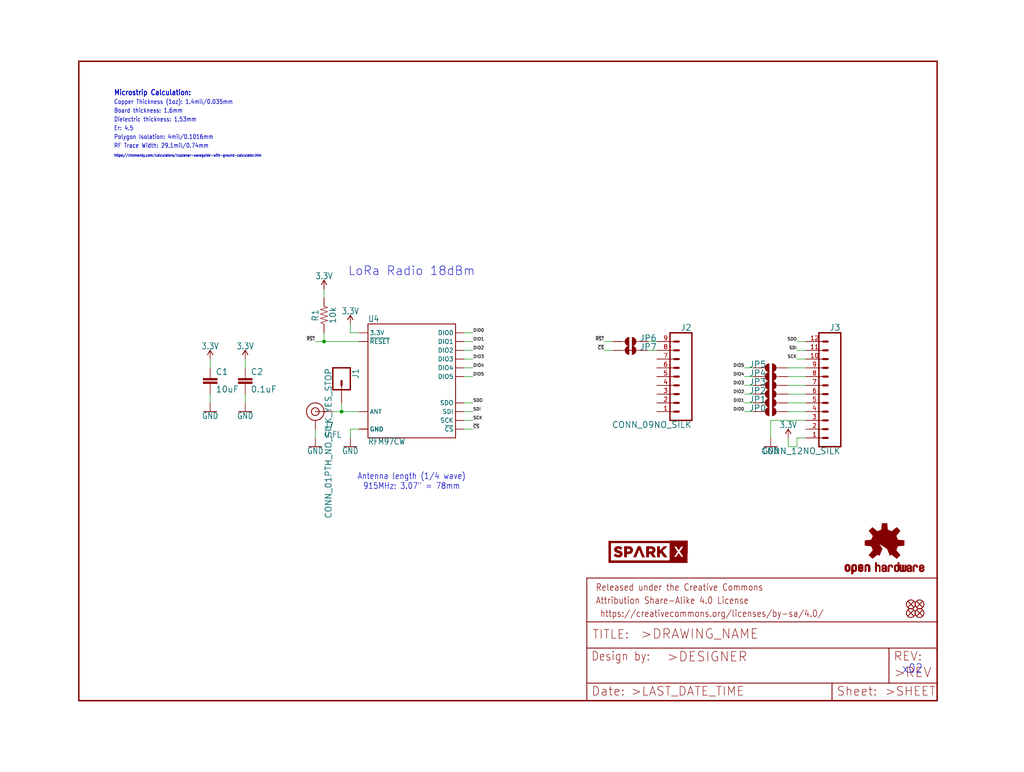
<source format=kicad_sch>
(kicad_sch (version 20211123) (generator eeschema)
  (paper "User" 297.002 223.926)
  (lib_symbols
    (symbol "eagleSchem-eagle-import:0.1UF-0603-25V-(+80{slash}-20%)"
      (property "Reference" "C" (at 1.524 2.921 0))
      (property "Value" "0.1UF-0603-25V-(+80{slash}-20%)" (at 1.524 -2.159 0))
      (symbol "0.1UF-0603-25V-(+80{slash}-20%)_1_0"
        (pin passive line (at 0 5.08 270) (length 2.54) (name "1") (number "1"))
        (pin passive line (at 0 -2.54 90) (length 2.54) (name "2") (number "2"))
      )
    )
    (symbol "eagleSchem-eagle-import:10KOHM-0603-1{slash}10W-1%"
      (property "Reference" "R" (at 0 1.524 0))
      (property "Value" "10KOHM-0603-1{slash}10W-1%" (at 0 -1.524 0))
      (symbol "10KOHM-0603-1{slash}10W-1%_1_0"
        (pin passive line (at -5.08 0 0) (length 2.54) (name "1") (number "1"))
        (pin passive line (at 5.08 0 180) (length 2.54) (name "2") (number "2"))
      )
    )
    (symbol "eagleSchem-eagle-import:10UF-0603-6.3V-20%"
      (property "Reference" "C" (at 1.524 2.921 0))
      (property "Value" "10UF-0603-6.3V-20%" (at 1.524 -2.159 0))
      (symbol "10UF-0603-6.3V-20%_1_0"
        (pin passive line (at 0 5.08 270) (length 2.54) (name "1") (number "1"))
        (pin passive line (at 0 -2.54 90) (length 2.54) (name "2") (number "2"))
      )
    )
    (symbol "eagleSchem-eagle-import:3.3V" (power)
      (property "Value" "3.3V" (at 0 2.794 0))
      (symbol "3.3V_1_0"
        (pin power_in line (at 0 0 90) (length 2.54) (name "3.3V") (number "1"))
      )
    )
    (symbol "eagleSchem-eagle-import:CONN_01PTH_NO_SILK_YES_STOP"
      (property "Reference" "J" (at -2.54 3.048 0))
      (property "Value" "CONN_01PTH_NO_SILK_YES_STOP" (at -2.54 -4.826 0))
      (symbol "CONN_01PTH_NO_SILK_YES_STOP_1_0"
        (pin passive line (at 7.62 0 180) (length 5.08) (name "1") (number "1"))
      )
    )
    (symbol "eagleSchem-eagle-import:CONN_09NO_SILK"
      (property "Reference" "J" (at 0 13.208 0))
      (property "Value" "CONN_09NO_SILK" (at 0 -14.986 0))
      (symbol "CONN_09NO_SILK_1_0"
        (pin passive line (at 10.16 -10.16 180) (length 5.08) (name "1") (number "1"))
        (pin passive line (at 10.16 -7.62 180) (length 5.08) (name "2") (number "2"))
        (pin passive line (at 10.16 -5.08 180) (length 5.08) (name "3") (number "3"))
        (pin passive line (at 10.16 -2.54 180) (length 5.08) (name "4") (number "4"))
        (pin passive line (at 10.16 0 180) (length 5.08) (name "5") (number "5"))
        (pin passive line (at 10.16 2.54 180) (length 5.08) (name "6") (number "6"))
        (pin passive line (at 10.16 5.08 180) (length 5.08) (name "7") (number "7"))
        (pin passive line (at 10.16 7.62 180) (length 5.08) (name "8") (number "8"))
        (pin passive line (at 10.16 10.16 180) (length 5.08) (name "9") (number "9"))
      )
    )
    (symbol "eagleSchem-eagle-import:CONN_12NO_SILK"
      (property "Reference" "J" (at 0 15.748 0))
      (property "Value" "CONN_12NO_SILK" (at 0 -20.066 0))
      (symbol "CONN_12NO_SILK_1_0"
        (pin passive line (at 10.16 -15.24 180) (length 5.08) (name "1") (number "1"))
        (pin passive line (at 10.16 7.62 180) (length 5.08) (name "10") (number "10"))
        (pin passive line (at 10.16 10.16 180) (length 5.08) (name "11") (number "11"))
        (pin passive line (at 10.16 12.7 180) (length 5.08) (name "12") (number "12"))
        (pin passive line (at 10.16 -12.7 180) (length 5.08) (name "2") (number "2"))
        (pin passive line (at 10.16 -10.16 180) (length 5.08) (name "3") (number "3"))
        (pin passive line (at 10.16 -7.62 180) (length 5.08) (name "4") (number "4"))
        (pin passive line (at 10.16 -5.08 180) (length 5.08) (name "5") (number "5"))
        (pin passive line (at 10.16 -2.54 180) (length 5.08) (name "6") (number "6"))
        (pin passive line (at 10.16 0 180) (length 5.08) (name "7") (number "7"))
        (pin passive line (at 10.16 2.54 180) (length 5.08) (name "8") (number "8"))
        (pin passive line (at 10.16 5.08 180) (length 5.08) (name "9") (number "9"))
      )
    )
    (symbol "eagleSchem-eagle-import:FIDUCIAL1X2")
    (symbol "eagleSchem-eagle-import:FRAME-LETTER"
      (symbol "FRAME-LETTER_2_0"
        (text " https://creativecommons.org/licenses/by-sa/4.0/" (at 2.54 24.13 0) (effects (font (size 1.9304 1.6408)) (justify left bottom)))
        (text ">DESIGNER" (at 23.114 11.176 0) (effects (font (size 2.7432 2.7432)) (justify left bottom)))
        (text ">DRAWING_NAME" (at 15.494 17.78 0) (effects (font (size 2.7432 2.7432)) (justify left bottom)))
        (text ">LAST_DATE_TIME" (at 12.7 1.27 0) (effects (font (size 2.54 2.54)) (justify left bottom)))
        (text ">REV" (at 88.9 6.604 0) (effects (font (size 2.7432 2.7432)) (justify left bottom)))
        (text ">SHEET" (at 86.36 1.27 0) (effects (font (size 2.54 2.54)) (justify left bottom)))
        (text "Attribution Share-Alike 4.0 License" (at 2.54 27.94 0) (effects (font (size 1.9304 1.6408)) (justify left bottom)))
        (text "Date:" (at 1.27 1.27 0) (effects (font (size 2.54 2.54)) (justify left bottom)))
        (text "Design by:" (at 1.27 11.43 0) (effects (font (size 2.54 2.159)) (justify left bottom)))
        (text "Released under the Creative Commons" (at 2.54 31.75 0) (effects (font (size 1.9304 1.6408)) (justify left bottom)))
        (text "REV:" (at 88.9 11.43 0) (effects (font (size 2.54 2.54)) (justify left bottom)))
        (text "Sheet:" (at 72.39 1.27 0) (effects (font (size 2.54 2.54)) (justify left bottom)))
        (text "TITLE:" (at 1.524 17.78 0) (effects (font (size 2.54 2.54)) (justify left bottom)))
      )
    )
    (symbol "eagleSchem-eagle-import:GND" (power)
      (property "Value" "GND" (at 0 -0.254 0))
      (symbol "GND_1_0"
        (pin power_in line (at 0 2.54 270) (length 2.54) (name "GND") (number "1"))
      )
    )
    (symbol "eagleSchem-eagle-import:JUMPER-SMT_2_NC_TRACE_NO-SILK"
      (property "Reference" "JP" (at -2.54 2.54 0))
      (property "Value" "JUMPER-SMT_2_NC_TRACE_NO-SILK" (at -2.54 -2.54 0))
      (symbol "JUMPER-SMT_2_NC_TRACE_NO-SILK_1_0"
        (pin passive line (at -5.08 0 0) (length 2.54) (name "1") (number "1"))
        (pin passive line (at 5.08 0 180) (length 2.54) (name "2") (number "2"))
      )
    )
    (symbol "eagleSchem-eagle-import:JUMPER-SMT_2_NO_NO-SILK"
      (property "Reference" "JP" (at -2.54 2.54 0))
      (property "Value" "JUMPER-SMT_2_NO_NO-SILK" (at -2.54 -2.54 0))
      (symbol "JUMPER-SMT_2_NO_NO-SILK_1_0"
        (pin passive line (at -5.08 0 0) (length 2.54) (name "1") (number "1"))
        (pin passive line (at 5.08 0 180) (length 2.54) (name "2") (number "2"))
      )
    )
    (symbol "eagleSchem-eagle-import:OSHW-LOGOS")
    (symbol "eagleSchem-eagle-import:RFM9XRFM97"
      (property "Reference" "U" (at -12.668 18.32 0))
      (property "Value" "RFM9XRFM97" (at -12.668 -17.24 0))
      (symbol "RFM9XRFM97_1_0"
        (pin bidirectional line (at 15.24 -12.7 180) (length 2.54) (name "~{CS}") (number "!CS!"))
        (pin bidirectional line (at -15.24 12.7 0) (length 2.54) (name "~{RESET}") (number "!RST"))
        (pin bidirectional line (at -15.24 15.24 0) (length 2.54) (name "3.3V") (number "3V3"))
        (pin bidirectional line (at -15.24 -7.62 0) (length 2.54) (name "ANT") (number "ANT"))
        (pin bidirectional line (at 15.24 15.24 180) (length 2.54) (name "DIO0") (number "DIO0"))
        (pin bidirectional line (at 15.24 12.7 180) (length 2.54) (name "DIO1") (number "DIO1"))
        (pin bidirectional line (at 15.24 10.16 180) (length 2.54) (name "DIO2") (number "DIO2"))
        (pin bidirectional line (at 15.24 7.62 180) (length 2.54) (name "DIO3") (number "DIO3"))
        (pin bidirectional line (at 15.24 5.08 180) (length 2.54) (name "DIO4") (number "DIO4"))
        (pin bidirectional line (at 15.24 2.54 180) (length 2.54) (name "DIO5") (number "DIO5"))
        (pin bidirectional line (at -15.24 -12.7 0) (length 2.54) (name "GND") (number "GND"))
        (pin bidirectional line (at -15.24 -12.7 0) (length 2.54) (name "GND") (number "GND@1"))
        (pin bidirectional line (at -15.24 -12.7 0) (length 2.54) (name "GND") (number "GND@2"))
        (pin bidirectional line (at 15.24 -10.16 180) (length 2.54) (name "SCK") (number "SCK"))
        (pin bidirectional line (at 15.24 -7.62 180) (length 2.54) (name "SDI") (number "SDI"))
        (pin bidirectional line (at 15.24 -5.08 180) (length 2.54) (name "SDO") (number "SDO"))
      )
    )
    (symbol "eagleSchem-eagle-import:SPARKX-LOGO5")
    (symbol "eagleSchem-eagle-import:U.FL2PIN"
      (property "Reference" "J" (at 2.54 -5.08 0))
      (property "Value" "U.FL2PIN" (at 2.54 -7.62 0))
      (symbol "U.FL2PIN_1_0"
        (pin bidirectional line (at 0 -5.08 90) (length 2.54) (name "GND") (number "1"))
        (pin bidirectional line (at 0 -5.08 90) (length 2.54) (name "GND") (number "2"))
        (pin bidirectional line (at 5.08 0 180) (length 5.08) (name "SIGNAL") (number "FEED"))
      )
    )
  )
  (junction (at 99.06 119.38))
  (junction (at 93.98 99.06))
  (wire (pts (xy 228.6 119.38) (xy 233.68 119.38)))
  (wire (pts (xy 231.14 127) (xy 231.14 129.54)))
  (wire (pts (xy 134.62 124.46) (xy 137.16 124.46)))
  (wire (pts (xy 218.44 109.22) (xy 215.9 109.22)))
  (wire (pts (xy 190.5 101.6) (xy 187.96 101.6)))
  (wire (pts (xy 177.8 99.06) (xy 175.26 99.06)))
  (wire (pts (xy 228.6 129.54) (xy 228.6 127)))
  (wire (pts (xy 231.14 129.54) (xy 228.6 129.54)))
  (wire (pts (xy 99.06 119.38) (xy 99.06 116.84)))
  (wire (pts (xy 71.12 104.14) (xy 71.12 106.68)))
  (wire (pts (xy 233.68 111.76) (xy 228.6 111.76)))
  (wire (pts (xy 228.6 116.84) (xy 233.68 116.84)))
  (wire (pts (xy 134.62 96.52) (xy 137.16 96.52)))
  (wire (pts (xy 96.52 119.38) (xy 99.06 119.38)))
  (wire (pts (xy 93.98 96.52) (xy 93.98 99.06)))
  (wire (pts (xy 134.62 104.14) (xy 137.16 104.14)))
  (wire (pts (xy 93.98 83.82) (xy 93.98 86.36)))
  (wire (pts (xy 134.62 121.92) (xy 137.16 121.92)))
  (wire (pts (xy 190.5 99.06) (xy 187.96 99.06)))
  (wire (pts (xy 101.6 124.46) (xy 101.6 127)))
  (wire (pts (xy 60.96 116.84) (xy 60.96 114.3)))
  (wire (pts (xy 93.98 99.06) (xy 91.44 99.06)))
  (wire (pts (xy 233.68 127) (xy 231.14 127)))
  (wire (pts (xy 233.68 106.68) (xy 228.6 106.68)))
  (wire (pts (xy 104.14 124.46) (xy 101.6 124.46)))
  (wire (pts (xy 233.68 101.6) (xy 231.14 101.6)))
  (wire (pts (xy 104.14 99.06) (xy 93.98 99.06)))
  (wire (pts (xy 233.68 109.22) (xy 228.6 109.22)))
  (wire (pts (xy 104.14 119.38) (xy 99.06 119.38)))
  (wire (pts (xy 218.44 116.84) (xy 215.9 116.84)))
  (wire (pts (xy 228.6 114.3) (xy 233.68 114.3)))
  (wire (pts (xy 71.12 116.84) (xy 71.12 114.3)))
  (wire (pts (xy 134.62 99.06) (xy 137.16 99.06)))
  (wire (pts (xy 233.68 121.92) (xy 223.52 121.92)))
  (wire (pts (xy 91.44 127) (xy 91.44 124.46)))
  (wire (pts (xy 218.44 106.68) (xy 215.9 106.68)))
  (wire (pts (xy 223.52 121.92) (xy 223.52 127)))
  (wire (pts (xy 134.62 119.38) (xy 137.16 119.38)))
  (wire (pts (xy 134.62 101.6) (xy 137.16 101.6)))
  (wire (pts (xy 177.8 101.6) (xy 175.26 101.6)))
  (wire (pts (xy 218.44 114.3) (xy 215.9 114.3)))
  (wire (pts (xy 134.62 109.22) (xy 137.16 109.22)))
  (wire (pts (xy 60.96 104.14) (xy 60.96 106.68)))
  (wire (pts (xy 104.14 96.52) (xy 101.6 96.52)))
  (wire (pts (xy 134.62 106.68) (xy 137.16 106.68)))
  (wire (pts (xy 218.44 119.38) (xy 215.9 119.38)))
  (wire (pts (xy 218.44 111.76) (xy 215.9 111.76)))
  (wire (pts (xy 134.62 116.84) (xy 137.16 116.84)))
  (wire (pts (xy 101.6 96.52) (xy 101.6 93.98)))
  (wire (pts (xy 233.68 104.14) (xy 231.14 104.14)))
  (wire (pts (xy 233.68 99.06) (xy 231.14 99.06)))
  (text "Copper Thickness (1oz): 1.4mil/0.035mm" (at 33.02 30.48 180) (effects (font (size 1.27 1.0795)) (justify left bottom)))
  (text "Polygon Isolation: 4mil/0.1016mm" (at 33.02 40.64 180) (effects (font (size 1.27 1.0795)) (justify left bottom)))
  (text "Antenna length (1/4 wave)\n915MHz: 3.07\" = 78mm" (at 119.38 139.7 180) (effects (font (size 1.778 1.5113))))
  (text "LoRa Radio 18dBm" (at 119.38 78.74 180) (effects (font (size 2.54 2.54))))
  (text "Microstrip Calculation:" (at 33.02 27.94 180) (effects (font (size 1.524 1.2954) (thickness 0.2591) bold) (justify left bottom)))
  (text "https://chemandy.com/calculators/coplanar-waveguide-with-ground-calculator.htm" (at 33.02 45.72 180) (effects (font (size 0.762 0.6477)) (justify left bottom)))
  (text "Board thickness: 1.6mm" (at 33.02 33.02 180) (effects (font (size 1.27 1.0795)) (justify left bottom)))
  (text "Er: 4.5" (at 33.02 38.1 180) (effects (font (size 1.27 1.0795)) (justify left bottom)))
  (text "x02" (at 261.62 195.58 180) (effects (font (size 2.54 2.159)) (justify left bottom)))
  (text "RF Trace Width: 29.1mil/0.74mm" (at 33.02 43.18 180) (effects (font (size 1.27 1.0795)) (justify left bottom)))
  (text "Dielectric thickness: 1.53mm" (at 33.02 35.56 180) (effects (font (size 1.27 1.0795)) (justify left bottom)))
  (label "SCK" (at 231.14 104.14 180) (effects (font (size 0.889 0.889))))
  (label "SCK" (at 137.16 121.92 0) (effects (font (size 0.889 0.889))))
  (label "~{RST}" (at 175.26 99.06 180) (effects (font (size 0.889 0.889))))
  (label "DIO0" (at 215.9 119.38 180) (effects (font (size 0.889 0.889))))
  (label "DIO3" (at 215.9 111.76 180) (effects (font (size 0.889 0.889))))
  (label "SDO" (at 231.14 99.06 180) (effects (font (size 0.889 0.889))))
  (label "DIO0" (at 137.16 96.52 0) (effects (font (size 0.889 0.889))))
  (label "DIO1" (at 215.9 116.84 180) (effects (font (size 0.889 0.889))))
  (label "~{RST}" (at 91.44 99.06 180) (effects (font (size 0.889 0.889))))
  (label "~{CS}" (at 137.16 124.46 0) (effects (font (size 0.889 0.889))))
  (label "SDI" (at 231.14 101.6 180) (effects (font (size 0.889 0.889))))
  (label "DIO2" (at 215.9 114.3 180) (effects (font (size 0.889 0.889))))
  (label "SDI" (at 137.16 119.38 0) (effects (font (size 0.889 0.889))))
  (label "~{CS}" (at 175.26 101.6 180) (effects (font (size 0.889 0.889))))
  (label "DIO2" (at 137.16 101.6 0) (effects (font (size 0.889 0.889))))
  (label "DIO1" (at 137.16 99.06 0) (effects (font (size 0.889 0.889))))
  (label "DIO5" (at 215.9 106.68 180) (effects (font (size 0.889 0.889))))
  (label "SDO" (at 137.16 116.84 0) (effects (font (size 0.889 0.889))))
  (label "DIO3" (at 137.16 104.14 0) (effects (font (size 0.889 0.889))))
  (label "DIO4" (at 137.16 106.68 0) (effects (font (size 0.889 0.889))))
  (label "DIO4" (at 215.9 109.22 180) (effects (font (size 0.889 0.889))))
  (label "DIO5" (at 137.16 109.22 0) (effects (font (size 0.889 0.889))))
  (symbol (lib_id "eagleSchem-eagle-import:3.3V") (at 93.98 83.82 0) (unit 1)
    (property "Reference" "#SUPPLY5" (effects hide))
    (property "Value" "3.3V" (at 93.98 81.026 0) (effects (font (size 1.778 1.5113)) (justify bottom)))
    (property "Footprint" "eagleSchem:" (effects hide))
  )
  (symbol (lib_id "eagleSchem-eagle-import:JUMPER-SMT_2_NO_NO-SILK") (at 223.52 116.84 0) (unit 1)
    (property "Reference" "JP1" (at 217.17 116.84 0) (effects (font (size 1.778 1.778)) (justify left bottom)))
    (property "Value" "JUMPER-SMT_2_NO_NO-SILK" (effects hide))
    (property "Footprint" "eagleSchem:SMT-JUMPER_2_NO_NO-SILK" (effects hide))
  )
  (symbol (lib_id "eagleSchem-eagle-import:FIDUCIAL1X2") (at 266.7 177.8 0) (unit 1)
    (property "Reference" "FID2" (effects hide))
    (property "Value" "FIDUCIAL1X2" (effects hide))
    (property "Footprint" "eagleSchem:FIDUCIAL-1X2" (effects hide))
  )
  (symbol (lib_id "eagleSchem-eagle-import:FIDUCIAL1X2") (at 266.7 175.26 0) (unit 1)
    (property "Reference" "FID3" (effects hide))
    (property "Value" "FIDUCIAL1X2" (effects hide))
    (property "Footprint" "eagleSchem:FIDUCIAL-1X2" (effects hide))
  )
  (symbol (lib_id "eagleSchem-eagle-import:RFM9XRFM97") (at 119.38 111.76 0) (unit 1)
    (property "Reference" "U4" (at 106.712 93.44 0) (effects (font (size 1.778 1.5113)) (justify left bottom)))
    (property "Value" "RFM97CW" (at 106.712 129 0) (effects (font (size 1.778 1.5113)) (justify left bottom)))
    (property "Footprint" "eagleSchem:RFM97" (effects hide))
  )
  (symbol (lib_id "eagleSchem-eagle-import:JUMPER-SMT_2_NO_NO-SILK") (at 223.52 111.76 0) (unit 1)
    (property "Reference" "JP3" (at 217.17 111.76 0) (effects (font (size 1.778 1.778)) (justify left bottom)))
    (property "Value" "JUMPER-SMT_2_NO_NO-SILK" (effects hide))
    (property "Footprint" "eagleSchem:SMT-JUMPER_2_NO_NO-SILK" (effects hide))
  )
  (symbol (lib_id "eagleSchem-eagle-import:FIDUCIAL1X2") (at 264.16 177.8 0) (unit 1)
    (property "Reference" "FID1" (effects hide))
    (property "Value" "FIDUCIAL1X2" (effects hide))
    (property "Footprint" "eagleSchem:FIDUCIAL-1X2" (effects hide))
  )
  (symbol (lib_id "eagleSchem-eagle-import:FRAME-LETTER") (at 22.86 203.2 0) (unit 1)
    (property "Reference" "FRAME1" (effects hide))
    (property "Value" "FRAME-LETTER" (effects hide))
    (property "Footprint" "eagleSchem:CREATIVE_COMMONS" (effects hide))
  )
  (symbol (lib_id "eagleSchem-eagle-import:GND") (at 71.12 119.38 0) (unit 1)
    (property "Reference" "#GND2" (effects hide))
    (property "Value" "GND" (at 71.12 119.634 0) (effects (font (size 1.778 1.5113)) (justify top)))
    (property "Footprint" "eagleSchem:" (effects hide))
  )
  (symbol (lib_id "eagleSchem-eagle-import:FIDUCIAL1X2") (at 264.16 175.26 0) (unit 1)
    (property "Reference" "FID4" (effects hide))
    (property "Value" "FIDUCIAL1X2" (effects hide))
    (property "Footprint" "eagleSchem:FIDUCIAL-1X2" (effects hide))
  )
  (symbol (lib_id "eagleSchem-eagle-import:JUMPER-SMT_2_NO_NO-SILK") (at 223.52 106.68 0) (unit 1)
    (property "Reference" "JP5" (at 217.17 106.68 0) (effects (font (size 1.778 1.778)) (justify left bottom)))
    (property "Value" "JUMPER-SMT_2_NO_NO-SILK" (effects hide))
    (property "Footprint" "eagleSchem:SMT-JUMPER_2_NO_NO-SILK" (effects hide))
  )
  (symbol (lib_id "eagleSchem-eagle-import:FRAME-LETTER") (at 170.18 203.2 0) (unit 2)
    (property "Reference" "FRAME1" (effects hide))
    (property "Value" "FRAME-LETTER" (effects hide))
    (property "Footprint" "eagleSchem:CREATIVE_COMMONS" (effects hide))
  )
  (symbol (lib_id "eagleSchem-eagle-import:3.3V") (at 60.96 104.14 0) (unit 1)
    (property "Reference" "#SUPPLY1" (effects hide))
    (property "Value" "3.3V" (at 60.96 101.346 0) (effects (font (size 1.778 1.5113)) (justify bottom)))
    (property "Footprint" "eagleSchem:" (effects hide))
  )
  (symbol (lib_id "eagleSchem-eagle-import:CONN_09NO_SILK") (at 200.66 109.22 0) (mirror y) (unit 1)
    (property "Reference" "J2" (at 200.66 96.012 0) (effects (font (size 1.778 1.778)) (justify left bottom)))
    (property "Value" "CONN_09NO_SILK" (at 200.66 124.206 0) (effects (font (size 1.778 1.778)) (justify left bottom)))
    (property "Footprint" "eagleSchem:1X09_NO_SILK" (effects hide))
  )
  (symbol (lib_id "eagleSchem-eagle-import:GND") (at 101.6 129.54 0) (unit 1)
    (property "Reference" "#GND4" (effects hide))
    (property "Value" "GND" (at 101.6 129.794 0) (effects (font (size 1.778 1.5113)) (justify top)))
    (property "Footprint" "eagleSchem:" (effects hide))
  )
  (symbol (lib_id "eagleSchem-eagle-import:SPARKX-LOGO5") (at 187.96 160.02 0) (unit 1)
    (property "Reference" "U$22" (effects hide))
    (property "Value" "SPARKX-LOGO5" (effects hide))
    (property "Footprint" "eagleSchem:SPARKX-LARGE" (effects hide))
  )
  (symbol (lib_id "eagleSchem-eagle-import:CONN_01PTH_NO_SILK_YES_STOP") (at 99.06 109.22 270) (unit 1)
    (property "Reference" "J1" (at 102.108 106.68 0) (effects (font (size 1.778 1.778)) (justify left bottom)))
    (property "Value" "CONN_01PTH_NO_SILK_YES_STOP" (at 94.234 106.68 0) (effects (font (size 1.778 1.778)) (justify left bottom)))
    (property "Footprint" "eagleSchem:1X01_NO_SILK" (effects hide))
  )
  (symbol (lib_id "eagleSchem-eagle-import:JUMPER-SMT_2_NC_TRACE_NO-SILK") (at 182.88 101.6 0) (unit 1)
    (property "Reference" "JP7" (at 185.42 101.6 0) (effects (font (size 1.778 1.778)) (justify left bottom)))
    (property "Value" "JUMPER-SMT_2_NC_TRACE_NO-SILK" (effects hide))
    (property "Footprint" "eagleSchem:SMT-JUMPER_2_NC_TRACE_NO-SILK" (effects hide))
  )
  (symbol (lib_id "eagleSchem-eagle-import:GND") (at 223.52 129.54 0) (unit 1)
    (property "Reference" "#GND3" (effects hide))
    (property "Value" "GND" (at 223.52 129.794 0) (effects (font (size 1.778 1.5113)) (justify top)))
    (property "Footprint" "eagleSchem:" (effects hide))
  )
  (symbol (lib_id "eagleSchem-eagle-import:JUMPER-SMT_2_NO_NO-SILK") (at 223.52 109.22 0) (unit 1)
    (property "Reference" "JP4" (at 217.17 109.22 0) (effects (font (size 1.778 1.778)) (justify left bottom)))
    (property "Value" "JUMPER-SMT_2_NO_NO-SILK" (effects hide))
    (property "Footprint" "eagleSchem:SMT-JUMPER_2_NO_NO-SILK" (effects hide))
  )
  (symbol (lib_id "eagleSchem-eagle-import:U.FL2PIN") (at 91.44 119.38 0) (unit 1)
    (property "Reference" "J7" (at 93.98 124.46 0) (effects (font (size 1.778 1.5113)) (justify left bottom)))
    (property "Value" "U.FL" (at 93.98 127 0) (effects (font (size 1.778 1.5113)) (justify left bottom)))
    (property "Footprint" "eagleSchem:U.FL" (effects hide))
  )
  (symbol (lib_id "eagleSchem-eagle-import:JUMPER-SMT_2_NO_NO-SILK") (at 223.52 119.38 0) (unit 1)
    (property "Reference" "JP0" (at 217.17 119.38 0) (effects (font (size 1.778 1.778)) (justify left bottom)))
    (property "Value" "JUMPER-SMT_2_NO_NO-SILK" (effects hide))
    (property "Footprint" "eagleSchem:SMT-JUMPER_2_NO_NO-SILK" (effects hide))
  )
  (symbol (lib_id "eagleSchem-eagle-import:JUMPER-SMT_2_NO_NO-SILK") (at 182.88 99.06 0) (unit 1)
    (property "Reference" "JP6" (at 185.42 99.06 0) (effects (font (size 1.778 1.778)) (justify left bottom)))
    (property "Value" "JUMPER-SMT_2_NO_NO-SILK" (effects hide))
    (property "Footprint" "eagleSchem:SMT-JUMPER_2_NO_NO-SILK" (effects hide))
  )
  (symbol (lib_id "eagleSchem-eagle-import:JUMPER-SMT_2_NO_NO-SILK") (at 223.52 114.3 0) (unit 1)
    (property "Reference" "JP2" (at 217.17 114.3 0) (effects (font (size 1.778 1.778)) (justify left bottom)))
    (property "Value" "JUMPER-SMT_2_NO_NO-SILK" (effects hide))
    (property "Footprint" "eagleSchem:SMT-JUMPER_2_NO_NO-SILK" (effects hide))
  )
  (symbol (lib_id "eagleSchem-eagle-import:0.1UF-0603-25V-(+80{slash}-20%)") (at 71.12 111.76 0) (unit 1)
    (property "Reference" "C2" (at 72.644 108.839 0) (effects (font (size 1.778 1.778)) (justify left bottom)))
    (property "Value" "0.1uF" (at 72.644 113.919 0) (effects (font (size 1.778 1.778)) (justify left bottom)))
    (property "Footprint" "eagleSchem:0603" (effects hide))
  )
  (symbol (lib_id "eagleSchem-eagle-import:GND") (at 60.96 119.38 0) (unit 1)
    (property "Reference" "#GND1" (effects hide))
    (property "Value" "GND" (at 60.96 119.634 0) (effects (font (size 1.778 1.5113)) (justify top)))
    (property "Footprint" "eagleSchem:" (effects hide))
  )
  (symbol (lib_id "eagleSchem-eagle-import:10UF-0603-6.3V-20%") (at 60.96 111.76 0) (unit 1)
    (property "Reference" "C1" (at 62.484 108.839 0) (effects (font (size 1.778 1.778)) (justify left bottom)))
    (property "Value" "10uF" (at 62.484 113.919 0) (effects (font (size 1.778 1.778)) (justify left bottom)))
    (property "Footprint" "eagleSchem:0603" (effects hide))
  )
  (symbol (lib_id "eagleSchem-eagle-import:OSHW-LOGOS") (at 256.54 157.48 0) (unit 1)
    (property "Reference" "LOGO2" (effects hide))
    (property "Value" "OSHW-LOGOS" (effects hide))
    (property "Footprint" "eagleSchem:OSHW-LOGO-S" (effects hide))
  )
  (symbol (lib_id "eagleSchem-eagle-import:GND") (at 91.44 129.54 0) (unit 1)
    (property "Reference" "#GND5" (effects hide))
    (property "Value" "GND" (at 91.44 129.794 0) (effects (font (size 1.778 1.5113)) (justify top)))
    (property "Footprint" "eagleSchem:" (effects hide))
  )
  (symbol (lib_id "eagleSchem-eagle-import:3.3V") (at 228.6 127 0) (unit 1)
    (property "Reference" "#SUPPLY3" (effects hide))
    (property "Value" "3.3V" (at 228.6 124.206 0) (effects (font (size 1.778 1.5113)) (justify bottom)))
    (property "Footprint" "eagleSchem:" (effects hide))
  )
  (symbol (lib_id "eagleSchem-eagle-import:3.3V") (at 101.6 93.98 0) (unit 1)
    (property "Reference" "#SUPPLY4" (effects hide))
    (property "Value" "3.3V" (at 101.6 91.186 0) (effects (font (size 1.778 1.5113)) (justify bottom)))
    (property "Footprint" "eagleSchem:" (effects hide))
  )
  (symbol (lib_id "eagleSchem-eagle-import:10KOHM-0603-1{slash}10W-1%") (at 93.98 91.44 90) (unit 1)
    (property "Reference" "R1" (at 92.456 91.44 0) (effects (font (size 1.778 1.778)) (justify bottom)))
    (property "Value" "10k" (at 95.504 91.44 0) (effects (font (size 1.778 1.778)) (justify top)))
    (property "Footprint" "eagleSchem:0603" (effects hide))
  )
  (symbol (lib_id "eagleSchem-eagle-import:3.3V") (at 71.12 104.14 0) (unit 1)
    (property "Reference" "#SUPPLY2" (effects hide))
    (property "Value" "3.3V" (at 71.12 101.346 0) (effects (font (size 1.778 1.5113)) (justify bottom)))
    (property "Footprint" "eagleSchem:" (effects hide))
  )
  (symbol (lib_id "eagleSchem-eagle-import:CONN_12NO_SILK") (at 243.84 111.76 0) (mirror y) (unit 1)
    (property "Reference" "J3" (at 243.84 96.012 0) (effects (font (size 1.778 1.778)) (justify left bottom)))
    (property "Value" "CONN_12NO_SILK" (at 243.84 131.826 0) (effects (font (size 1.778 1.778)) (justify left bottom)))
    (property "Footprint" "eagleSchem:1X12_NO_SILK" (effects hide))
  )
)
</source>
